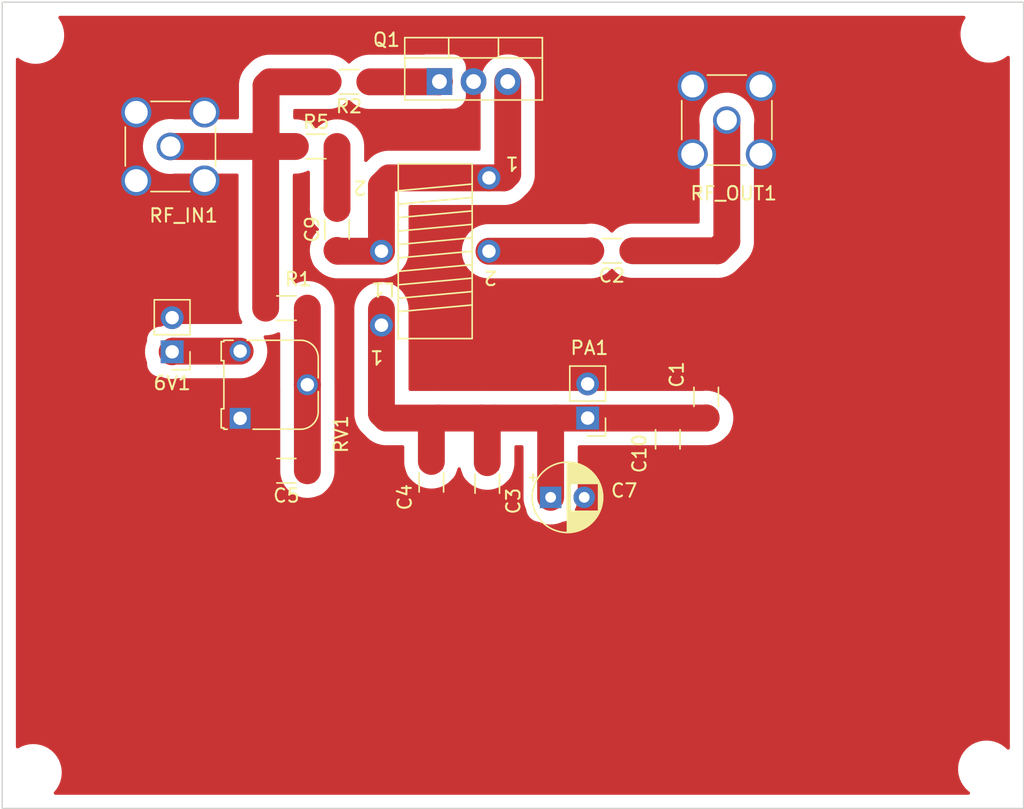
<source format=kicad_pcb>
(kicad_pcb (version 20211014) (generator pcbnew)
  (layers (0 "F.Cu" signal) (31 "B.Cu" signal) (35 "F.Paste" user) (37 "F.SilkS" user "F.Silkscreen") (38 "B.Mask" user) (39 "F.Mask" user) (44 "Edge.Cuts" user))
  (net 0 "")
  (net 1 "GND")
  (net 2 "Net-(6V1-Pad1)")
  (net 3 "Net-(C2-Pad2)")
  (net 4 "+VDC")
  (net 5 "Net-(C2-Pad1)")
  (net 6 "Net-(C5-Pad1)")
  (net 7 "/RF_IN")
  (net 8 "/DRAIN")
  (net 9 "Net-(C9-Pad2)")
  (net 10 "Net-(Q1-Pad1)")
  (footprint "Potentiometer_THT:Potentiometer_Runtron_RM-065_Vertical" (layer "F.Cu") (at 77.725 99.01 90)
    (fp_text reference "RV1" (at -1.18 7.51 90) (layer "F.SilkS"))
    (fp_text value "5k")
    (fp_line (start 0.71 -1.21) (end 4.29 -1.21) (layer "F.SilkS") (width 0.12))
    (fp_line (start 4.5 5.81) (end 3.01 5.81) (layer "F.SilkS") (width 0.12))
    (fp_line (start -0.71 -1.41) (end -0.71 -1.21) (layer "F.SilkS") (width 0.12))
    (fp_line (start -0.71 -1.21) (end -0.81 -1.21) (layer "F.SilkS") (width 0.12))
    (fp_line (start -0.71 -1.41) (end 0.71 -1.41) (layer "F.SilkS") (width 0.12))
    (fp_line (start -0.81 4.5) (end -0.81 0.96) (layer "F.SilkS") (width 0.12))
    (fp_line (start 5.81 0.52) (end 5.81 4.5) (layer "F.SilkS") (width 0.12))
    (fp_line (start 5.71 -1.21) (end 5.81 -1.21) (layer "F.SilkS") (width 0.12))
    (fp_line (start 1.99 5.81) (end 0.5 5.81) (layer "F.SilkS") (width 0.12))
    (fp_line (start 4.29 -1.41) (end 5.71 -1.41) (layer "F.SilkS") (width 0.12))
    (fp_line (start -0.81 -1.21) (end -0.81 -0.96) (layer "F.SilkS") (width 0.12))
    (fp_line (start 5.81 -1.21) (end 5.81 -0.52) (layer "F.SilkS") (width 0.12))
    (fp_line (start 0.71 -1.21) (end 0.71 -1.41) (layer "F.SilkS") (width 0.12))
    (fp_line (start 5.71 -1.41) (end 5.71 -1.21) (layer "F.SilkS") (width 0.12))
    (fp_line (start 4.29 -1.21) (end 4.29 -1.41) (layer "F.SilkS") (width 0.12))
    (fp_arc (start 5.81 4.5) (mid 5.42631 5.42631) (end 4.5 5.81) (layer "F.SilkS") (width 0.12))
    (fp_arc (start 0.5 5.81) (mid -0.42631 5.42631) (end -0.81 4.5) (layer "F.SilkS") (width 0.12))
    (pad "1" thru_hole rect (at 0 0 90) (size 1.56 1.56) (drill 1) (layers *.Cu *.Mask) (net 1 "GND"))
    (pad "2" thru_hole circle (at 2.5 5 90) (size 1.56 1.56) (drill 1) (layers *.Cu *.Mask) (net 6 "Net-(C5-Pad1)"))
    (pad "3" thru_hole circle (at 5 0 90) (size 1.56 1.56) (drill 1) (layers *.Cu *.Mask) (net 2 "Net-(6V1-Pad1)"))
  )
  (footprint "Resistor_SMD:R_1206_3216Metric_Pad1.30x1.75mm_HandSolder" (layer "F.Cu") (at 85.825 73.97 180)
    (fp_text reference "R2" (at 0 -1.82) (layer "F.SilkS"))
    (fp_text value "10" hide)
    (fp_line (start -0.727064 -0.91) (end 0.727064 -0.91) (layer "F.SilkS") (width 0.12))
    (fp_line (start -0.727064 0.91) (end 0.727064 0.91) (layer "F.SilkS") (width 0.12))
    (pad "1" smd roundrect (at -1.55 0 180) (size 1.3 1.75) (layers "F.Cu" "F.Paste" "F.Mask") (roundrect_rratio 0.192308) (net 10 "Net-(Q1-Pad1)"))
    (pad "2" smd roundrect (at 1.55 0 180) (size 1.3 1.75) (layers "F.Cu" "F.Paste" "F.Mask") (roundrect_rratio 0.192308) (net 7 "/RF_IN"))
  )
  (footprint "Capacitor_SMD:C_1206_3216Metric_Pad1.33x1.80mm_HandSolder" (layer "F.Cu") (at 81.165 102.91 180)
    (fp_text reference "C5" (at 0 -1.85) (layer "F.SilkS"))
    (fp_text value "100nF" hide)
    (fp_line (start -0.711252 -0.91) (end 0.711252 -0.91) (layer "F.SilkS") (width 0.12))
    (fp_line (start -0.711252 0.91) (end 0.711252 0.91) (layer "F.SilkS") (width 0.12))
    (pad "1" smd roundrect (at -1.5625 0 180) (size 1.325 1.8) (layers "F.Cu" "F.Paste" "F.Mask") (roundrect_rratio 0.188679) (net 6 "Net-(C5-Pad1)"))
    (pad "2" smd roundrect (at 1.5625 0 180) (size 1.325 1.8) (layers "F.Cu" "F.Paste" "F.Mask") (roundrect_rratio 0.188679) (net 1 "GND"))
  )
  (footprint "Capacitor_SMD:C_1206_3216Metric_Pad1.33x1.80mm_HandSolder" (layer "F.Cu") (at 91.955 103.78 -90)
    (fp_text reference "C4" (at 1.1 1.98 90) (layer "F.SilkS"))
    (fp_text value "100nF" hide)
    (fp_line (start -0.711252 0.91) (end 0.711252 0.91) (layer "F.SilkS") (width 0.12))
    (fp_line (start -0.711252 -0.91) (end 0.711252 -0.91) (layer "F.SilkS") (width 0.12))
    (pad "1" smd roundrect (at -1.5625 0 270) (size 1.325 1.8) (layers "F.Cu" "F.Paste" "F.Mask") (roundrect_rratio 0.188679) (net 4 "+VDC"))
    (pad "2" smd roundrect (at 1.5625 0 270) (size 1.325 1.8) (layers "F.Cu" "F.Paste" "F.Mask") (roundrect_rratio 0.188679) (net 1 "GND"))
  )
  (footprint "Capacitor_SMD:C_1206_3216Metric_Pad1.33x1.80mm_HandSolder" (layer "F.Cu") (at 105.3825 86.54 180)
    (fp_text reference "C2" (at 0 -1.85) (layer "F.SilkS"))
    (fp_text value "100nF (100v)" hide)
    (fp_line (start -0.711252 0.91) (end 0.711252 0.91) (layer "F.SilkS") (width 0.12))
    (fp_line (start -0.711252 -0.91) (end 0.711252 -0.91) (layer "F.SilkS") (width 0.12))
    (pad "1" smd roundrect (at -1.5625 0 180) (size 1.325 1.8) (layers "F.Cu" "F.Paste" "F.Mask") (roundrect_rratio 0.188679) (net 5 "Net-(C2-Pad1)"))
    (pad "2" smd roundrect (at 1.5625 0 180) (size 1.325 1.8) (layers "F.Cu" "F.Paste" "F.Mask") (roundrect_rratio 0.188679) (net 3 "Net-(C2-Pad2)"))
  )
  (footprint "Connector_Coaxial:SMA_Amphenol_901-144_Vertical" (layer "F.Cu") (at 72.535 78.78 180)
    (fp_text reference "RF_IN1" (at -0.98 -5.14) (layer "F.SilkS"))
    (fp_text value "Conn_Coaxial" hide)
    (fp_line (start -1.45 -3.355) (end 1.45 -3.355) (layer "F.SilkS") (width 0.12))
    (fp_line (start -1.45 3.355) (end 1.45 3.355) (layer "F.SilkS") (width 0.12))
    (fp_line (start -3.355 -1.45) (end -3.355 1.45) (layer "F.SilkS") (width 0.12))
    (fp_line (start 3.355 -1.45) (end 3.355 1.45) (layer "F.SilkS") (width 0.12))
    (pad "1" thru_hole circle locked (at 0 0 180) (size 2.05 2.05) (drill 1.5) (layers *.Cu *.Mask) (net 7 "/RF_IN"))
    (pad "2" thru_hole circle locked (at -2.54 2.54 180) (size 2.25 2.25) (drill 1.7) (layers *.Cu *.Mask) (net 1 "GND"))
    (pad "2" thru_hole circle locked (at 2.54 -2.54 180) (size 2.25 2.25) (drill 1.7) (layers *.Cu *.Mask) (net 1 "GND"))
    (pad "2" thru_hole circle locked (at -2.54 -2.54 180) (size 2.25 2.25) (drill 1.7) (layers *.Cu *.Mask) (net 1 "GND"))
    (pad "2" thru_hole circle locked (at 2.54 2.54 180) (size 2.25 2.25) (drill 1.7) (layers *.Cu *.Mask) (net 1 "GND"))
  )
  (footprint "Package_TO_SOT_THT:TO-220-3_Vertical" (layer "F.Cu") (at 92.555 73.95)
    (fp_text reference "Q1" (at -3.94 -3.11) (layer "F.SilkS"))
    (fp_text value "RD15HVF1" hide)
    (fp_line (start -2.58 -3.27) (end -2.58 1.371) (layer "F.SilkS") (width 0.12))
    (fp_line (start -2.58 -1.76) (end 7.66 -1.76) (layer "F.SilkS") (width 0.12))
    (fp_line (start -2.58 -3.27) (end 7.66 -3.27) (layer "F.SilkS") (width 0.12))
    (fp_line (start 7.66 -3.27) (end 7.66 1.371) (layer "F.SilkS") (width 0.12))
    (fp_line (start 0.69 -3.27) (end 0.69 -1.76) (layer "F.SilkS") (width 0.12))
    (fp_line (start 4.391 -3.27) (end 4.391 -1.76) (layer "F.SilkS") (width 0.12))
    (fp_line (start -2.58 1.371) (end 7.66 1.371) (layer "F.SilkS") (width 0.12))
    (pad "1" thru_hole rect locked (at 0 0) (size 1.905 2) (drill 1.1) (layers *.Cu *.Mask) (net 10 "Net-(Q1-Pad1)"))
    (pad "2" thru_hole oval locked (at 2.54 0) (size 1.905 2) (drill 1.1) (layers *.Cu *.Mask) (net 1 "GND"))
    (pad "3" thru_hole oval locked (at 5.08 0) (size 1.905 2) (drill 1.1) (layers *.Cu *.Mask) (net 8 "/DRAIN"))
  )
  (footprint "Connector_Coaxial:SMA_Amphenol_901-144_Vertical" (layer "F.Cu") (at 113.94 76.82 -90)
    (fp_text reference "RF_OUT1" (at 5.45 -0.51) (layer "F.SilkS"))
    (fp_text value "Conn_Coaxial" hide)
    (fp_line (start 3.355 -1.45) (end 3.355 1.45) (layer "F.SilkS") (width 0.12))
    (fp_line (start -1.45 -3.355) (end 1.45 -3.355) (layer "F.SilkS") (width 0.12))
    (fp_line (start -1.45 3.355) (end 1.45 3.355) (layer "F.SilkS") (width 0.12))
    (fp_line (start -3.355 -1.45) (end -3.355 1.45) (layer "F.SilkS") (width 0.12))
    (pad "1" thru_hole circle locked (at 0 0 270) (size 2.05 2.05) (drill 1.5) (layers *.Cu *.Mask) (net 5 "Net-(C2-Pad1)"))
    (pad "2" thru_hole circle locked (at 2.54 -2.54 270) (size 2.25 2.25) (drill 1.7) (layers *.Cu *.Mask) (net 1 "GND"))
    (pad "2" thru_hole circle locked (at 2.54 2.54 270) (size 2.25 2.25) (drill 1.7) (layers *.Cu *.Mask) (net 1 "GND"))
    (pad "2" thru_hole circle locked (at -2.54 2.54 270) (size 2.25 2.25) (drill 1.7) (layers *.Cu *.Mask) (net 1 "GND"))
    (pad "2" thru_hole circle locked (at -2.54 -2.54 270) (size 2.25 2.25) (drill 1.7) (layers *.Cu *.Mask) (net 1 "GND"))
  )
  (footprint "Resistor_SMD:R_1206_3216Metric_Pad1.30x1.75mm_HandSolder" (layer "F.Cu") (at 81.175 90.81 180)
    (fp_text reference "R1" (at -0.87 2.15) (layer "F.SilkS"))
    (fp_text value "3.3k" hide)
    (fp_line (start -0.727064 0.91) (end 0.727064 0.91) (layer "F.SilkS") (width 0.12))
    (fp_line (start -0.727064 -0.91) (end 0.727064 -0.91) (layer "F.SilkS") (width 0.12))
    (pad "1" smd roundrect (at -1.55 0 180) (size 1.3 1.75) (layers "F.Cu" "F.Paste" "F.Mask") (roundrect_rratio 0.192308) (net 6 "Net-(C5-Pad1)"))
    (pad "2" smd roundrect (at 1.55 0 180) (size 1.3 1.75) (layers "F.Cu" "F.Paste" "F.Mask") (roundrect_rratio 0.192308) (net 7 "/RF_IN"))
  )
  (footprint "Connector_PinHeader_2.54mm:PinHeader_1x02_P2.54mm_Vertical" (layer "F.Cu") (at 103.585 98.99 180)
    (fp_text reference "PA1" (at -0.13 5.22) (layer "F.SilkS"))
    (fp_text value "VDC" hide)
    (fp_line (start -1.33 1.27) (end -1.33 3.87) (layer "F.SilkS") (width 0.12))
    (fp_line (start -1.33 0) (end -1.33 -1.33) (layer "F.SilkS") (width 0.12))
    (fp_line (start -1.33 1.27) (end 1.33 1.27) (layer "F.SilkS") (width 0.12))
    (fp_line (start 1.33 1.27) (end 1.33 3.87) (layer "F.SilkS") (width 0.12))
    (fp_line (start -1.33 3.87) (end 1.33 3.87) (layer "F.SilkS") (width 0.12))
    (fp_line (start -1.33 -1.33) (end 0 -1.33) (layer "F.SilkS") (width 0.12))
    (pad "1" thru_hole rect locked (at 0 0 180) (size 1.7 1.7) (drill 1) (layers *.Cu *.Mask) (net 4 "+VDC"))
    (pad "2" thru_hole oval locked (at 0 2.54 180) (size 1.7 1.7) (drill 1) (layers *.Cu *.Mask) (net 1 "GND"))
  )
  (footprint "Connector_PinHeader_2.54mm:PinHeader_1x02_P2.54mm_Vertical" (layer "F.Cu") (at 72.665 94.06 180)
    (fp_text reference "6V1" (at 0 -2.33) (layer "F.SilkS"))
    (fp_text value "BIAS")
    (fp_line (start -1.33 -1.33) (end 0 -1.33) (layer "F.SilkS") (width 0.12))
    (fp_line (start -1.33 0) (end -1.33 -1.33) (layer "F.SilkS") (width 0.12))
    (fp_line (start -1.33 1.27) (end -1.33 3.87) (layer "F.SilkS") (width 0.12))
    (fp_line (start 1.33 1.27) (end 1.33 3.87) (layer "F.SilkS") (width 0.12))
    (fp_line (start -1.33 3.87) (end 1.33 3.87) (layer "F.SilkS") (width 0.12))
    (fp_line (start -1.33 1.27) (end 1.33 1.27) (layer "F.SilkS") (width 0.12))
    (pad "1" thru_hole rect (at 0 0 180) (size 1.7 1.7) (drill 1) (layers *.Cu *.Mask) (net 2 "Net-(6V1-Pad1)"))
    (pad "2" thru_hole oval (at 0 2.54 180) (size 1.7 1.7) (drill 1) (layers *.Cu *.Mask) (net 1 "GND"))
  )
  (footprint "Capacitor_SMD:C_1206_3216Metric_Pad1.33x1.80mm_HandSolder" (layer "F.Cu") (at 112.405 97.4125 90)
    (fp_text reference "C1" (at 1.6625 -2.19 90) (layer "F.SilkS"))
    (fp_text value "1nF" hide)
    (fp_line (start -0.711252 0.91) (end 0.711252 0.91) (layer "F.SilkS") (width 0.12))
    (fp_line (start -0.711252 -0.91) (end 0.711252 -0.91) (layer "F.SilkS") (width 0.12))
    (pad "1" smd roundrect (at -1.5625 0 90) (size 1.325 1.8) (layers "F.Cu" "F.Paste" "F.Mask") (roundrect_rratio 0.188679) (net 4 "+VDC"))
    (pad "2" smd roundrect (at 1.5625 0 90) (size 1.325 1.8) (layers "F.Cu" "F.Paste" "F.Mask") (roundrect_rratio 0.188679) (net 1 "GND"))
  )
  (footprint "Capacitor_THT:CP_Radial_D5.0mm_P2.50mm" (layer "F.Cu") (at 100.829887 104.89)
    (fp_text reference "C7" (at 5.475113 -0.5) (layer "F.SilkS"))
    (fp_text value "22uF 25v" hide)
    (fp_line (start 1.971 -2.48) (end 1.971 -1.04) (layer "F.SilkS") (width 0.12))
    (fp_line (start 2.011 -2.468) (end 2.011 -1.04) (layer "F.SilkS") (width 0.12))
    (fp_line (start 3.371 1.04) (end 3.371 1.5) (layer "F.SilkS") (width 0.12))
    (fp_line (start 2.891 -2.004) (end 2.891 -1.04) (layer "F.SilkS") (width 0.12))
    (fp_line (start 2.811 -2.065) (end 2.811 -1.04) (layer "F.SilkS") (width 0.12))
    (fp_line (start 1.69 -2.543) (end 1.69 -1.04) (layer "F.SilkS") (width 0.12))
    (fp_line (start 2.011 1.04) (end 2.011 2.468) (layer "F.SilkS") (width 0.12))
    (fp_line (start 2.971 -1.937) (end 2.971 -1.04) (layer "F.SilkS") (width 0.12))
    (fp_line (start 1.61 1.04) (end 1.61 2.556) (layer "F.SilkS") (width 0.12))
    (fp_line (start 2.171 1.04) (end 2.171 2.414) (layer "F.SilkS") (width 0.12))
    (fp_line (start 3.411 1.04) (end 3.411 1.443) (layer "F.SilkS") (width 0.12))
    (fp_line (start 3.171 1.04) (end 3.171 1.743) (layer "F.SilkS") (width 0.12))
    (fp_line (start 3.531 -1.251) (end 3.531 -1.04) (layer "F.SilkS") (width 0.12))
    (fp_line (start 1.33 -2.579) (end 1.33 2.579) (layer "F.SilkS") (width 0.12))
    (fp_line (start 2.731 1.04) (end 2.731 2.122) (layer "F.SilkS") (width 0.12))
    (fp_line (start 2.611 1.04) (end 2.611 2.2) (layer "F.SilkS") (width 0.12))
    (fp_line (start 3.251 -1.653) (end 3.251 -1.04) (layer "F.SilkS") (width 0.12))
    (fp_line (start 3.811 -0.518) (end 3.811 0.518) (layer "F.SilkS") (width 0.12))
    (fp_line (start 2.691 -2.149) (end 2.691 -1.04) (layer "F.SilkS") (width 0.12))
    (fp_line (start 3.211 1.04) (end 3.211 1.699) (layer "F.SilkS") (width 0.12))
    (fp_line (start 2.131 -2.428) (end 2.131 -1.04) (layer "F.SilkS") (width 0.12))
    (fp_line (start 1.29 -2.58) (end 1.29 2.58) (layer "F.SilkS") (width 0.12))
    (fp_line (start 3.531 1.04) (end 3.531 1.251) (layer "F.SilkS") (width 0.12))
    (fp_line (start 1.65 -2.55) (end 1.65 -1.04) (layer "F.SilkS") (width 0.12))
    (fp_line (start 3.291 -1.605) (end 3.291 -1.04) (layer "F.SilkS") (width 0.12))
    (fp_line (start 2.091 -2.442) (end 2.091 -1.04) (layer "F.SilkS") (width 0.12))
    (fp_line (start 2.331 1.04) (end 2.331 2.348) (layer "F.SilkS") (width 0.12))
    (fp_line (start 1.85 -2.511) (end 1.85 -1.04) (layer "F.SilkS") (width 0.12))
    (fp_line (start 1.53 -2.565) (end 1.53 -1.04) (layer "F.SilkS") (width 0.12))
    (fp_line (start 3.331 1.04) (end 3.331 1.554) (layer "F.SilkS") (width 0.12))
    (fp_line (start 3.491 -1.319) (end 3.491 -1.04) (layer "F.SilkS") (width 0.12))
    (fp_line (start 2.771 -2.095) (end 2.771 -1.04) (layer "F.SilkS") (width 0.12))
    (fp_line (start 2.091 1.04) (end 2.091 2.442) (layer "F.SilkS") (width 0.12))
    (fp_line (start 3.451 -1.383) (end 3.451 -1.04) (layer "F.SilkS") (width 0.12))
    (fp_line (start 2.851 -2.035) (end 2.851 -1.04) (layer "F.SilkS") (width 0.12))
    (fp_line (start 3.091 -1.826) (end 3.091 -1.04) (layer "F.SilkS") (width 0.12))
    (fp_line (start 2.731 -2.122) (end 2.731 -1.04) (layer "F.SilkS") (width 0.12))
    (fp_line (start 3.491 1.04) (end 3.491 1.319) (layer "F.SilkS") (width 0.12))
    (fp_line (start 2.931 1.04) (end 2.931 1.971) (layer "F.SilkS") (width 0.12))
    (fp_line (start 1.45 -2.573) (end 1.45 2.573) (layer "F.SilkS") (width 0.12))
    (fp_line (start 1.77 1.04) (end 1.77 2.528) (layer "F.SilkS") (width 0.12))
    (fp_line (start 1.81 -2.52) (end 1.81 -1.04) (layer "F.SilkS") (width 0.12))
    (fp_line (start 1.61 -2.556) (end 1.61 -1.04) (layer "F.SilkS") (width 0.12))
    (fp_line (start 2.971 1.04) (end 2.971 1.937) (layer "F.SilkS") (width 0.12))
    (fp_line (start 2.251 1.04) (end 2.251 2.382) (layer "F.SilkS") (width 0.12))
    (fp_line (start 3.131 -1.785) (end 3.131 -1.04) (layer "F.SilkS") (width 0.12))
    (fp_line (start 1.93 -2.491) (end 1.93 -1.04) (layer "F.SilkS") (width 0.12))
    (fp_line (start 3.091 1.04) (end 3.091 1.826) (layer "F.SilkS") (width 0.12))
    (fp_line (start 3.131 1.04) (end 3.131 1.785) (layer "F.SilkS") (width 0.12))
    (fp_line (start 2.451 1.04) (end 2.451 2.29) (layer "F.SilkS") (width 0.12))
    (fp_line (start 2.051 1.04) (end 2.051 2.455) (layer "F.SilkS") (width 0.12))
    (fp_line (start 3.851 -0.284) (end 3.851 0.284) (layer "F.SilkS") (width 0.12))
    (fp_line (start 2.531 -2.247) (end 2.531 -1.04) (layer "F.SilkS") (width 0.12))
    (fp_line (start 3.211 -1.699) (end 3.211 -1.04) (layer "F.SilkS") (width 0.12))
    (fp_line (start 3.731 -0.805) (end 3.731 0.805) (layer "F.SilkS") (width 0.12))
    (fp_line (start 2.811 1.04) (end 2.811 2.065) (layer "F.SilkS") (width 0.12))
    (fp_line (start 1.25 -2.58) (end 1.25 2.58) (layer "F.SilkS") (width 0.12))
    (fp_line (start 3.171 -1.743) (end 3.171 -1.04) (layer "F.SilkS") (width 0.12))
    (fp_line (start 2.371 1.04) (end 2.371 2.329) (layer "F.SilkS") (width 0.12))
    (fp_line (start 2.411 1.04) (end 2.411 2.31) (layer "F.SilkS") (width 0.12))
    (fp_line (start 3.691 -0.915) (end 3.691 0.915) (layer "F.SilkS") (width 0.12))
    (fp_line (start 1.77 -2.528) (end 1.77 -1.04) (layer "F.SilkS") (width 0.12))
    (fp_line (start 3.011 -1.901) (end 3.011 -1.04) (layer "F.SilkS") (width 0.12))
    (fp_line (start 2.931 -1.971) (end 2.931 -1.04) (layer "F.SilkS") (width 0.12))
    (fp_line (start 1.93 1.04) (end 1.93 2.491) (layer "F.SilkS") (width 0.12))
    (fp_line (start 1.57 -2.561) (end 1.57 -1.04) (layer "F.SilkS") (width 0.12))
    (fp_line (start 2.651 1.04) (end 2.651 2.175) (layer "F.SilkS") (width 0.12))
    (fp_line (start 2.571 1.04) (end 2.571 2.224) (layer "F.SilkS") (width 0.12))
    (fp_line (start 1.53 1.04) (end 1.53 2.565) (layer "F.SilkS") (width 0.12))
    (fp_line (start 2.771 1.04) (end 2.771 2.095) (layer "F.SilkS") (width 0.12))
    (fp_line (start 1.49 -2.569) (end 1.49 -1.04) (layer "F.SilkS") (width 0.12))
    (fp_line (start 3.571 -1.178) (end 3.571 1.178) (layer "F.SilkS") (width 0.12))
    (fp_line (start 2.291 1.04) (end 2.291 2.365) (layer "F.SilkS") (width 0.12))
    (fp_line (start 2.171 -2.414) (end 2.171 -1.04) (layer "F.SilkS") (width 0.12))
    (fp_line (start 2.211 -2.398) (end 2.211 -1.04) (layer "F.SilkS") (width 0.12))
    (fp_line (start 1.89 1.04) (end 1.89 2.501) (layer "F.SilkS") (width 0.12))
    (fp_line (start 1.49 1.04) (end 1.49 2.569) (layer "F.SilkS") (width 0.12))
    (fp_line (start 3.771 -0.677) (end 3.771 0.677) (layer "F.SilkS") (width 0.12))
    (fp_line (start 3.051 -1.864) (end 3.051 -1.04) (layer "F.SilkS") (width 0.12))
    (fp_line (start 3.411 -1.443) (end 3.411 -1.04) (layer "F.SilkS") (width 0.12))
    (fp_line (start 2.251 -2.382) (end 2.251 -1.04) (layer "F.SilkS") (width 0.12))
    (fp_line (start 3.051 1.04) (end 3.051 1.864) (layer "F.SilkS") (width 0.12))
    (fp_line (start 2.571 -2.224) (end 2.571 -1.04) (layer "F.SilkS") (width 0.12))
    (fp_line (start 2.331 -2.348) (end 2.331 -1.04) (layer "F.SilkS") (width 0.12))
    (fp_line (start 2.651 -2.175) (end 2.651 -1.04) (layer "F.SilkS") (width 0.12))
    (fp_line (start 1.69 1.04) (end 1.69 2.543) (layer "F.SilkS") (width 0.12))
    (fp_line (start 2.851 1.04) (end 2.851 2.035) (layer "F.SilkS") (width 0.12))
    (fp_line (start 2.211 1.04) (end 2.211 2.398) (layer "F.SilkS") (width 0.12))
    (fp_line (start 2.491 1.04) (end 2.491 2.268) (layer "F.SilkS") (width 0.12))
    (fp_line (start 3.371 -1.5) (end 3.371 -1.04) (layer "F.SilkS") (width 0.12))
    (fp_line (start 2.491 -2.268) (end 2.491 -1.04) (layer "F.SilkS") (width 0.12))
    (fp_line (start 1.85 1.04) (end 1.85 2.511) (layer "F.SilkS") (width 0.12))
    (fp_line (start 1.971 1.04) (end 1.971 2.48) (layer "F.SilkS") (width 0.12))
    (fp_line (start 1.73 1.04) (end 1.73 2.536) (layer "F.SilkS") (width 0.12))
    (fp_line (start 1.73 -2.536) (end 1.73 -1.04) (layer "F.SilkS") (width 0.12))
    (fp_line (start -1.554775 -1.475) (end -1.054775 -1.475) (layer "F.SilkS") (width 0.12))
    (fp_line (start 1.65 1.04) (end 1.65 2.55) (layer "F.SilkS") (width 0.12))
    (fp_line (start 3.011 1.04) (end 3.011 1.901) (layer "F.SilkS") (width 0.12))
    (fp_line (start 3.331 -1.554) (end 3.331 -1.04) (layer "F.SilkS") (width 0.12))
    (fp_line (start 2.291 -2.365) (end 2.291 -1.04) (layer "F.SilkS") (width 0.12))
    (fp_line (start 2.531 1.04) (end 2.531 2.247) (layer "F.SilkS") (width 0.12))
    (fp_line (start 3.291 1.04) (end 3.291 1.605) (layer "F.SilkS") (width 0.12))
    (fp_line (start 3.651 -1.011) (end 3.651 1.011) (layer "F.SilkS") (width 0.12))
    (fp_line (start 1.57 1.04) (end 1.57 2.561) (layer "F.SilkS") (width 0.12))
    (fp_line (start 1.89 -2.501) (end 1.89 -1.04) (layer "F.SilkS") (width 0.12))
    (fp_line (start 2.891 1.04) (end 2.891 2.004) (layer "F.SilkS") (width 0.12))
    (fp_line (start 2.691 1.04) (end 2.691 2.149) (layer "F.SilkS") (width 0.12))
    (fp_line (start 1.37 -2.578) (end 1.37 2.578) (layer "F.SilkS") (width 0.12))
    (fp_line (start 3.451 1.04) (end 3.451 1.383) (layer "F.SilkS") (width 0.12))
    (fp_line (start -1.304775 -1.725) (end -1.304775 -1.225) (layer "F.SilkS") (width 0.12))
    (fp_line (start 2.451 -2.29) (end 2.451 -1.04) (layer "F.SilkS") (width 0.12))
    (fp_line (start 1.41 -2.576) (end 1.41 2.576) (layer "F.SilkS") (width 0.12))
    (fp_line (start 2.131 1.04) (end 2.131 2.428) (layer "F.SilkS") (width 0.12))
    (fp_line (start 2.411 -2.31) (end 2.411 -1.04) (layer "F.SilkS") (width 0.12))
    (fp_line (start 3.251 1.04) (end 3.251 1.653) (layer "F.SilkS") (width 0.12))
    (fp_line (start 2.371 -2.329) (end 2.371 -1.04) (layer "F.SilkS") (width 0.12))
    (fp_line (start 1.81 1.04) (end 1.81 2.52) (layer "F.SilkS") (width 0.12))
    (fp_line (start 2.051 -2.455) (end 2.051 -1.04) (layer "F.SilkS") (width 0.12))
    (fp_line (start 2.611 -2.2) (end 2.611 -1.04) (layer "F.SilkS") (width 0.12))
    (fp_line (start 3.611 -1.098) (end 3.611 1.098) (layer "F.SilkS") (width 0.12))
    (fp_circle (center 1.25 0) (end 3.87 0) (layer "F.SilkS") (width 0.12) (fill none))
    (pad "1" thru_hole rect locked (at 0 0) (size 1.6 1.6) (drill 0.8) (layers *.Cu *.Mask) (net 4 "+VDC"))
    (pad "2" thru_hole circle locked (at 2.5 0) (size 1.6 1.6) (drill 0.8) (layers *.Cu *.Mask) (net 1 "GND"))
  )
  (footprint "Resistor_SMD:R_1206_3216Metric_Pad1.30x1.75mm_HandSolder" (layer "F.Cu") (at 83.385 78.78)
    (fp_text reference "R5" (at 0 -1.82) (layer "F.SilkS"))
    (fp_text value "680" hide)
    (fp_line (start -0.727064 0.91) (end 0.727064 0.91) (layer "F.SilkS") (width 0.12))
    (fp_line (start -0.727064 -0.91) (end 0.727064 -0.91) (layer "F.SilkS") (width 0.12))
    (pad "1" smd roundrect (at -1.55 0) (size 1.3 1.75) (layers "F.Cu" "F.Paste" "F.Mask") (roundrect_rratio 0.192308) (net 7 "/RF_IN"))
    (pad "2" smd roundrect (at 1.55 0) (size 1.3 1.75) (layers "F.Cu" "F.Paste" "F.Mask") (roundrect_rratio 0.192308) (net 9 "Net-(C9-Pad2)"))
  )
  (footprint "MountingHole:MountingHole_2.2mm_M2" (layer "F.Cu") (at 133.45 70.42)
    (fp_text reference "H2" hide)
    (fp_text value "MountingHole" hide)
    (pad "" np_thru_hole circle (at 0 0) (size 2.2 2.2) (drill 2.2) (layers *.Cu *.Mask))
  )
  (footprint "MountingHole:MountingHole_2.2mm_M2" (layer "F.Cu") (at 62.51 70.51)
    (fp_text reference "H1" hide)
    (fp_text value "MountingHole" hide)
    (pad "" np_thru_hole circle (at 0 0) (size 2.2 2.2) (drill 2.2) (layers *.Cu *.Mask))
  )
  (footprint "Capacitor_SMD:C_1206_3216Metric_Pad1.33x1.80mm_HandSolder" (layer "F.Cu") (at 84.93 84.95 90)
    (fp_text reference "C9" (at 0 -1.85 90) (layer "F.SilkS"))
    (fp_text value "0.1u" hide)
    (fp_line (start -0.711252 -0.91) (end 0.711252 -0.91) (layer "F.SilkS") (width 0.12))
    (fp_line (start -0.711252 0.91) (end 0.711252 0.91) (layer "F.SilkS") (width 0.12))
    (pad "1" smd roundrect (at -1.5625 0 90) (size 1.325 1.8) (layers "F.Cu" "F.Paste" "F.Mask") (roundrect_rratio 0.188679) (net 8 "/DRAIN"))
    (pad "2" smd roundrect (at 1.5625 0 90) (size 1.325 1.8) (layers "F.Cu" "F.Paste" "F.Mask") (roundrect_rratio 0.188679) (net 9 "Net-(C9-Pad2)"))
  )
  (footprint "MountingHole:MountingHole_2.2mm_M2" (layer "F.Cu") (at 133.27 125.11)
    (fp_text reference "H4" hide)
    (fp_text value "MountingHole" hide)
    (pad "" np_thru_hole circle (at 0 0) (size 2.2 2.2) (drill 2.2) (layers *.Cu *.Mask))
  )
  (footprint "MountingHole:MountingHole_2.2mm_M2" (layer "F.Cu") (at 62.33 125.37)
    (fp_text reference "H3" hide)
    (fp_text value "MountingHole" hide)
    (pad "" np_thru_hole circle (at 0 0) (size 2.2 2.2) (drill 2.2) (layers *.Cu *.Mask))
  )
  (footprint "footprints:FT50-43 Transformer" (layer "F.Cu") (at 92.24 78.575)
    (fp_text reference "L1" (at -3.86 10.845 -180 unlocked) (layer "F.SilkS"))
    (fp_text value "RFC1" hide)
    (fp_line (start -2.75 1.5) (end 2.75 1.5) (layer "F.SilkS") (width 0.12))
    (fp_line (start 2.75 1.5) (end 2.75 14.5) (layer "F.SilkS") (width 0.12))
    (fp_line (start -2.75 10.5) (end 2.75 10) (layer "F.SilkS") (width 0.12))
    (fp_line (start -2.75 14.5) (end -2.75 1.5) (layer "F.SilkS") (width 0.12))
    (fp_line (start -2.75 11.5) (end 2.75 11) (layer "F.SilkS") (width 0.12))
    (fp_line (start -2.75 9.5) (end 2.75 9) (layer "F.SilkS") (width 0.12))
    (fp_line (start -2.75 5.5) (end 2.75 5) (layer "F.SilkS") (width 0.12))
    (fp_line (start -2.75 12.5) (end 2.75 12) (layer "F.SilkS") (width 0.12))
    (fp_line (start -2.75 3.5) (end 2.75 3) (layer "F.SilkS") (width 0.12))
    (fp_line (start -2.75 6.5) (end 2.75 6) (layer "F.SilkS") (width 0.12))
    (fp_line (start -2.75 7.5) (end 2.75 7) (layer "F.SilkS") (width 0.12))
    (fp_line (start 2.75 14.5) (end -2.75 14.5) (layer "F.SilkS") (width 0.12))
    (fp_line (start -2.75 4.5) (end 2.75 4) (layer "F.SilkS") (width 0.12))
    (fp_line (start -2.75 8.5) (end 2.75 8) (layer "F.SilkS") (width 0.12))
    (pad "1" thru_hole circle locked (at 4 2.54) (size 1.7 1.7) (drill 1) (layers *.Cu *.Mask) (net 8 "/DRAIN"))
    (pad "2" thru_hole circle locked (at -4 13.5) (size 1.7 1.7) (drill 1) (layers *.Cu *.Mask) (net 4 "+VDC"))
    (pad "3" thru_hole circle locked (at 4 8) (size 1.7 1.7) (drill 1) (layers *.Cu *.Mask) (net 3 "Net-(C2-Pad2)"))
    (pad "4" thru_hole circle locked (at -4 8) (size 1.7 1.7) (drill 1) (layers *.Cu *.Mask) (net 8 "/DRAIN"))
  )
  (footprint "Capacitor_SMD:C_1206_3216Metric_Pad1.33x1.80mm_HandSolder" (layer "F.Cu") (at 96.115 103.87 -90)
    (fp_text reference "C3" (at 1.3 -1.94 90) (layer "F.SilkS"))
    (fp_text value "100nF" hide)
    (fp_line (start -0.711252 0.91) (end 0.711252 0.91) (layer "F.SilkS") (width 0.12))
    (fp_line (start -0.711252 -0.91) (end 0.711252 -0.91) (layer "F.SilkS") (width 0.12))
    (pad "1" smd roundrect (at -1.5625 0 270) (size 1.325 1.8) (layers "F.Cu" "F.Paste" "F.Mask") (roundrect_rratio 0.188679) (net 4 "+VDC"))
    (pad "2" smd roundrect (at 1.5625 0 270) (size 1.325 1.8) (layers "F.Cu" "F.Paste" "F.Mask") (roundrect_rratio 0.188679) (net 1 "GND"))
  )
  (footprint "Capacitor_SMD:C_1206_3216Metric_Pad1.33x1.80mm_HandSolder" (layer "F.Cu") (at 109.55 100.57 -90)
    (fp_text reference "C10" (at 1.06 2.11 90) (layer "F.SilkS"))
    (fp_text value "100nF" hide)
    (fp_line (start -0.711252 -0.91) (end 0.711252 -0.91) (layer "F.SilkS") (width 0.12))
    (fp_line (start -0.711252 0.91) (end 0.711252 0.91) (layer "F.SilkS") (width 0.12))
    (pad "1" smd roundrect (at -1.5625 0 270) (size 1.325 1.8) (layers "F.Cu" "F.Paste" "F.Mask") (roundrect_rratio 0.188679) (net 4 "+VDC"))
    (pad "2" smd roundrect (at 1.5625 0 270) (size 1.325 1.8) (layers "F.Cu" "F.Paste" "F.Mask") (roundrect_rratio 0.188679) (net 1 "GND"))
  )
  (gr_rect (start 60.02 68.04) (end 136.02 128.04) (layer "Edge.Cuts") (width 0.1) (fill none))
  (gr_text "2" (at 96.36 88.55 180) (layer "F.SilkS") (effects (font (size 1 1))))
  (gr_text "2" (at 86.65 81.84 180) (layer "F.SilkS") (effects (font (size 1 1))))
  (gr_text "1" (at 97.95 80.06 180) (layer "F.SilkS") (effects (font (size 1 1))))
  (gr_text "1" (at 87.88 94.47 180) (layer "F.SilkS") (effects (font (size 1 1))))
  (segment (start 72.715 94.01) (end 72.665 94.06) (width 2) (layer "F.Cu") (net 2))
  (segment (start 77.725 94.01) (end 72.715 94.01) (width 2) (layer "F.Cu") (net 2))
  (segment (start 103.785 86.575) (end 103.82 86.54) (width 2) (layer "F.Cu") (net 3))
  (segment (start 96.24 86.575) (end 103.785 86.575) (width 2) (layer "F.Cu") (net 3))
  (segment (start 91.955 102.2175) (end 91.955 99.51) (width 2) (layer "F.Cu") (net 4))
  (segment (start 100.829887 99.355113) (end 101.195 98.99) (width 2) (layer "F.Cu") (net 4))
  (segment (start 103.585 98.99) (end 112.39 98.99) (width 2) (layer "F.Cu") (net 4))
  (segment (start 95.705 98.99) (end 92.475 98.99) (width 2) (layer "F.Cu") (net 4))
  (segment (start 96.115 102.3075) (end 96.115 99.4) (width 2) (layer "F.Cu") (net 4))
  (segment (start 112.39 98.99) (end 112.405 98.975) (width 2) (layer "F.Cu") (net 4))
  (segment (start 103.585 98.99) (end 101.195 98.99) (width 2) (layer "F.Cu") (net 4))
  (segment (start 88.595 98.99) (end 88.24 98.635) (width 2) (layer "F.Cu") (net 4))
  (segment (start 88.24 98.635) (end 88.24 90.885) (width 2) (layer "F.Cu") (net 4))
  (segment (start 100.829887 104.89) (end 100.829887 99.355113) (width 2) (layer "F.Cu") (net 4))
  (segment (start 101.195 98.99) (end 96.625 98.99) (width 2) (layer "F.Cu") (net 4))
  (segment (start 96.625 98.99) (end 95.705 98.99) (width 2) (layer "F.Cu") (net 4))
  (segment (start 96.115 99.4) (end 95.705 98.99) (width 2) (layer "F.Cu") (net 4))
  (segment (start 92.475 98.99) (end 88.595 98.99) (width 2) (layer "F.Cu") (net 4))
  (segment (start 91.955 99.51) (end 92.475 98.99) (width 2) (layer "F.Cu") (net 4))
  (segment (start 113.24 86.54) (end 113.94 85.84) (width 2) (layer "F.Cu") (net 5))
  (segment (start 106.945 86.54) (end 113.24 86.54) (width 2) (layer "F.Cu") (net 5))
  (segment (start 113.94 76.82) (end 113.94 85.84) (width 2) (layer "F.Cu") (net 5))
  (segment (start 82.725 96.51) (end 82.725 90.81) (width 2) (layer "F.Cu") (net 6))
  (segment (start 82.7275 102.91) (end 82.7275 96.5125) (width 2) (layer "F.Cu") (net 6))
  (segment (start 82.7275 96.5125) (end 82.725 96.51) (width 2) (layer "F.Cu") (net 6))
  (segment (start 79.625 90.81) (end 79.625 79.32) (width 2) (layer "F.Cu") (net 7))
  (segment (start 79.085 78.78) (end 75.165 78.78) (width 2) (layer "F.Cu") (net 7))
  (segment (start 79.085 78.78) (end 81.835 78.78) (width 2) (layer "F.Cu") (net 7))
  (segment (start 79.655 74.25) (end 79.935 73.97) (width 2) (layer "F.Cu") (net 7))
  (segment (start 79.655 79.29) (end 79.655 74.25) (width 2) (layer "F.Cu") (net 7))
  (segment (start 79.625 79.32) (end 79.655 79.29) (width 2) (layer "F.Cu") (net 7))
  (segment (start 75.165 78.78) (end 72.535 78.78) (width 2) (layer "F.Cu") (net 7))
  (segment (start 79.625 79.32) (end 79.085 78.78) (width 2) (layer "F.Cu") (net 7))
  (segment (start 79.935 73.97) (end 84.275 73.97) (width 2) (layer "F.Cu") (net 7))
  (segment (start 84.9925 86.575) (end 84.93 86.5125) (width 2) (layer "F.Cu") (net 8))
  (segment (start 96.24 81.115) (end 97.355 81.115) (width 2) (layer "F.Cu") (net 8))
  (segment (start 88.24 81.68) (end 88.805 81.115) (width 2) (layer "F.Cu") (net 8))
  (segment (start 88.805 81.115) (end 96.24 81.115) (width 2) (layer "F.Cu") (net 8))
  (segment (start 88.24 86.575) (end 88.24 81.68) (width 2) (layer "F.Cu") (net 8))
  (segment (start 97.635 80.835) (end 97.635 73.95) (width 2) (layer "F.Cu") (net 8))
  (segment (start 97.355 81.115) (end 97.635 80.835) (width 2) (layer "F.Cu") (net 8))
  (segment (start 88.24 86.575) (end 84.9925 86.575) (width 2) (layer "F.Cu") (net 8))
  (segment (start 84.935 78.78) (end 84.935 83.3825) (width 2) (layer "F.Cu") (net 9))
  (segment (start 84.935 83.3825) (end 84.93 83.3875) (width 2) (layer "F.Cu") (net 9))
  (segment (start 92.535 73.97) (end 92.555 73.95) (width 2) (layer "F.Cu") (net 10))
  (segment (start 87.375 73.97) (end 92.535 73.97) (width 2) (layer "F.Cu") (net 10))
  (zone (net 1) (net_name "GND") (layer "F.Cu") (connect_pads yes (clearance 1.016)) (min_thickness 0.254) (fill yes (thermal_gap 0.508) (thermal_bridge_width 0.508))
    (polygon (pts (xy 136.07 127.91) (xy 59.89 127.91) (xy 59.89 67.88) (xy 136.07 67.88)))
  )
)
</source>
